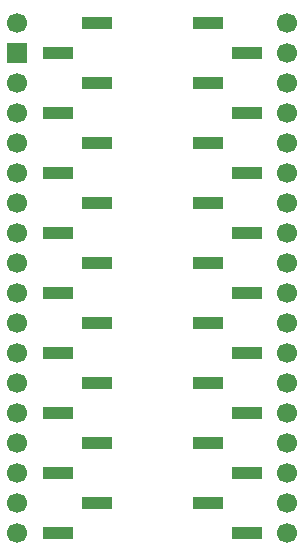
<source format=gbs>
G04 #@! TF.GenerationSoftware,KiCad,Pcbnew,9.0.6*
G04 #@! TF.CreationDate,2026-01-02T20:46:43-06:00*
G04 #@! TF.ProjectId,QFN-32_7x7_P0.65,51464e2d-3332-45f3-9778-375f50302e36,rev?*
G04 #@! TF.SameCoordinates,Original*
G04 #@! TF.FileFunction,Soldermask,Bot*
G04 #@! TF.FilePolarity,Negative*
%FSLAX46Y46*%
G04 Gerber Fmt 4.6, Leading zero omitted, Abs format (unit mm)*
G04 Created by KiCad (PCBNEW 9.0.6) date 2026-01-02 20:46:43*
%MOMM*%
%LPD*%
G01*
G04 APERTURE LIST*
%ADD10C,1.700000*%
%ADD11R,1.700000X1.700000*%
%ADD12R,2.510000X1.000000*%
G04 APERTURE END LIST*
D10*
X127000000Y-99061642D03*
D11*
X127000000Y-101601642D03*
D10*
X127000000Y-104141642D03*
X127000000Y-106681642D03*
X127000000Y-109221642D03*
X127000000Y-111761642D03*
X127000000Y-114301642D03*
X127000000Y-116841642D03*
X127000000Y-119381642D03*
X127000000Y-121921642D03*
X127000000Y-124461642D03*
X127000000Y-127001642D03*
X127000000Y-129541642D03*
X127000000Y-132081642D03*
X127000000Y-134621642D03*
X127000000Y-137161642D03*
X127000000Y-139701642D03*
X127000000Y-142241642D03*
X149860000Y-99061642D03*
X149860000Y-101601642D03*
X149860000Y-104141642D03*
X149860000Y-106681642D03*
X149860000Y-109221642D03*
X149860000Y-111761642D03*
X149860000Y-114301642D03*
X149860000Y-116841642D03*
X149860000Y-119381642D03*
X149860000Y-121921642D03*
X149860000Y-124461642D03*
X149860000Y-127001642D03*
X149860000Y-129541642D03*
X149860000Y-132081642D03*
X149860000Y-134621642D03*
X149860000Y-137161642D03*
X149860000Y-139701642D03*
X149860000Y-142241642D03*
D12*
X133735000Y-99056642D03*
X130425000Y-101596642D03*
X133735000Y-104136642D03*
X130425000Y-106676642D03*
X133735000Y-109216642D03*
X130425000Y-111756642D03*
X133735000Y-114296642D03*
X130425000Y-116836642D03*
X133735000Y-119376642D03*
X130425000Y-121916642D03*
X133735000Y-124456642D03*
X130425000Y-126996642D03*
X133735000Y-129536642D03*
X130425000Y-132076642D03*
X133735000Y-134616642D03*
X130425000Y-137156642D03*
X133735000Y-139696642D03*
X130425000Y-142236642D03*
X143125000Y-99056642D03*
X146435000Y-101596642D03*
X143125000Y-104136642D03*
X146435000Y-106676642D03*
X143125000Y-109216642D03*
X146435000Y-111756642D03*
X143125000Y-114296642D03*
X146435000Y-116836642D03*
X143125000Y-119376642D03*
X146435000Y-121916642D03*
X143125000Y-124456642D03*
X146435000Y-126996642D03*
X143125000Y-129536642D03*
X146435000Y-132076642D03*
X143125000Y-134616642D03*
X146435000Y-137156642D03*
X143125000Y-139696642D03*
X146435000Y-142236642D03*
M02*

</source>
